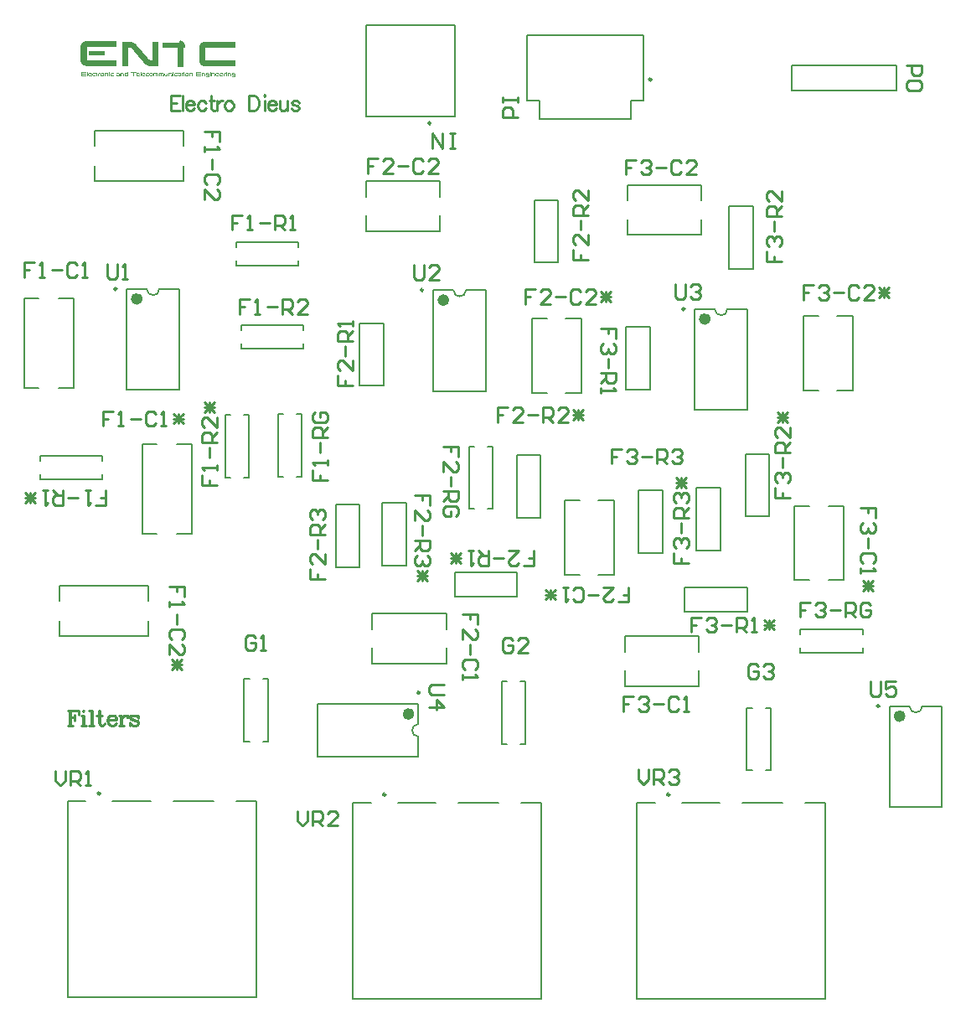
<source format=gto>
G04*
G04 #@! TF.GenerationSoftware,Altium Limited,Altium Designer,25.2.1 (25)*
G04*
G04 Layer_Color=65535*
%FSLAX25Y25*%
%MOIN*%
G70*
G04*
G04 #@! TF.SameCoordinates,6179F1C6-3400-403E-8A66-77286E143B23*
G04*
G04*
G04 #@! TF.FilePolarity,Positive*
G04*
G01*
G75*
%ADD10C,0.00787*%
%ADD11C,0.00984*%
%ADD12C,0.02362*%
%ADD13C,0.01000*%
G36*
X137295Y438104D02*
Y438034D01*
Y437344D01*
X137226D01*
Y437413D01*
X131078D01*
Y437344D01*
X131009D01*
Y437413D01*
X130940D01*
Y437482D01*
X131009D01*
Y438863D01*
X130940D01*
Y438933D01*
X131009D01*
Y439002D01*
X137295D01*
Y438104D01*
D02*
G37*
G36*
X158500Y433061D02*
X155323D01*
Y433130D01*
X154908D01*
Y433200D01*
X154701D01*
Y433268D01*
X154494D01*
Y433338D01*
X154287D01*
Y433407D01*
X154148D01*
Y433476D01*
X154079D01*
Y433545D01*
X153941D01*
Y433614D01*
X153803D01*
Y433683D01*
X153734D01*
Y433752D01*
X153665D01*
Y433821D01*
X153527D01*
Y433890D01*
X153458D01*
Y433959D01*
X153389D01*
Y434028D01*
X153320D01*
Y434097D01*
X153251D01*
Y434166D01*
X153181D01*
Y434236D01*
X153112D01*
Y434305D01*
X153043D01*
Y434374D01*
X152974D01*
Y434512D01*
X152905D01*
Y434581D01*
X152836D01*
Y434650D01*
X152767D01*
Y434719D01*
X152698D01*
Y434788D01*
X152629D01*
Y434857D01*
X152560D01*
Y434995D01*
X152491D01*
Y435064D01*
X152422D01*
Y435134D01*
X152353D01*
Y435203D01*
X152284D01*
Y435272D01*
X152214D01*
Y435341D01*
X152145D01*
Y435479D01*
X152076D01*
Y435548D01*
X152007D01*
Y435617D01*
X151938D01*
Y435686D01*
X151869D01*
Y435755D01*
X151800D01*
Y435824D01*
X151731D01*
Y435962D01*
X151662D01*
Y436031D01*
X151593D01*
Y436100D01*
X151524D01*
Y436170D01*
X151455D01*
Y436239D01*
X151386D01*
Y436308D01*
X151316D01*
Y436446D01*
X151247D01*
Y436515D01*
X151178D01*
Y436584D01*
X151109D01*
Y436653D01*
X151040D01*
Y436722D01*
X150971D01*
Y436791D01*
X150902D01*
Y436929D01*
X150833D01*
Y436998D01*
X150764D01*
Y437068D01*
X150695D01*
Y437137D01*
X150626D01*
Y437206D01*
X150557D01*
Y437275D01*
X150488D01*
Y437413D01*
X150419D01*
Y437482D01*
X150349D01*
Y437551D01*
X150280D01*
Y437620D01*
X150211D01*
Y437689D01*
X150142D01*
Y437758D01*
X150073D01*
Y437896D01*
X150004D01*
Y437965D01*
X149935D01*
Y438034D01*
X149866D01*
Y438104D01*
X149797D01*
Y438173D01*
X149728D01*
Y438242D01*
X149659D01*
Y438380D01*
X149590D01*
Y438449D01*
X149521D01*
Y438518D01*
X149451D01*
Y438587D01*
X149382D01*
Y438656D01*
X149313D01*
Y438725D01*
X149244D01*
Y438863D01*
X149175D01*
Y438933D01*
X149106D01*
Y439002D01*
X149037D01*
Y439071D01*
X148968D01*
Y439140D01*
X148899D01*
Y439209D01*
X148830D01*
Y439347D01*
X148761D01*
Y439416D01*
X148692D01*
Y439485D01*
X148623D01*
Y439554D01*
X148554D01*
Y439623D01*
X148485D01*
Y439692D01*
X148416D01*
Y439830D01*
X148346D01*
Y439899D01*
X148277D01*
Y439968D01*
X148208D01*
Y440038D01*
X148139D01*
Y440107D01*
X148070D01*
Y440176D01*
X148001D01*
Y440245D01*
X147863D01*
Y440314D01*
X147794D01*
Y440383D01*
X147656D01*
Y440452D01*
X147587D01*
Y440521D01*
X147379D01*
Y440590D01*
X147172D01*
Y440659D01*
X146758D01*
Y433061D01*
X144409D01*
Y442939D01*
X147656D01*
Y442870D01*
X148001D01*
Y442801D01*
X148208D01*
Y442731D01*
X148416D01*
Y442662D01*
X148554D01*
Y442593D01*
X148692D01*
Y442524D01*
X148830D01*
Y442455D01*
X148899D01*
Y442386D01*
X149037D01*
Y442317D01*
X149106D01*
Y442248D01*
X149244D01*
Y442179D01*
X149313D01*
Y442110D01*
X149382D01*
Y442041D01*
X149451D01*
Y441972D01*
X149521D01*
Y441903D01*
X149590D01*
Y441833D01*
X149659D01*
Y441764D01*
X149728D01*
Y441695D01*
X149797D01*
Y441626D01*
X149866D01*
Y441557D01*
X149935D01*
Y441488D01*
X150004D01*
Y441419D01*
X150073D01*
Y441281D01*
X150142D01*
Y441212D01*
X150211D01*
Y441143D01*
X150280D01*
Y441074D01*
X150349D01*
Y441005D01*
X150419D01*
Y440936D01*
X150488D01*
Y440797D01*
X150557D01*
Y440728D01*
X150626D01*
Y440659D01*
X150695D01*
Y440590D01*
X150764D01*
Y440521D01*
X150833D01*
Y440452D01*
X150902D01*
Y440383D01*
X150971D01*
Y440245D01*
X151040D01*
Y440176D01*
X151109D01*
Y440107D01*
X151178D01*
Y440038D01*
X151247D01*
Y439968D01*
X151316D01*
Y439899D01*
X151386D01*
Y439830D01*
X151455D01*
Y439692D01*
X151524D01*
Y439623D01*
X151593D01*
Y439554D01*
X151662D01*
Y439485D01*
X151731D01*
Y439416D01*
X151800D01*
Y439347D01*
X151869D01*
Y439209D01*
X151938D01*
Y439140D01*
X152007D01*
Y439071D01*
X152076D01*
Y439002D01*
X152145D01*
Y438933D01*
X152214D01*
Y438863D01*
X152284D01*
Y438794D01*
X152353D01*
Y438656D01*
X152422D01*
Y438587D01*
X152491D01*
Y438518D01*
X152560D01*
Y438449D01*
X152629D01*
Y438380D01*
X152698D01*
Y438311D01*
X152767D01*
Y438173D01*
X152836D01*
Y438104D01*
X152905D01*
Y438034D01*
X152974D01*
Y437965D01*
X153043D01*
Y437896D01*
X153112D01*
Y437827D01*
X153181D01*
Y437758D01*
X153251D01*
Y437620D01*
X153320D01*
Y437551D01*
X153389D01*
Y437482D01*
X153458D01*
Y437413D01*
X153527D01*
Y437344D01*
X153596D01*
Y437275D01*
X153665D01*
Y437137D01*
X153734D01*
Y437068D01*
X153803D01*
Y436998D01*
X153872D01*
Y436929D01*
X153941D01*
Y436860D01*
X154010D01*
Y436791D01*
X154079D01*
Y436722D01*
X154148D01*
Y436584D01*
X154218D01*
Y436515D01*
X154287D01*
Y436446D01*
X154356D01*
Y436377D01*
X154425D01*
Y436308D01*
X154494D01*
Y436239D01*
X154563D01*
Y436100D01*
X154632D01*
Y436031D01*
X154701D01*
Y435962D01*
X154770D01*
Y435893D01*
X154839D01*
Y435824D01*
X154977D01*
Y435755D01*
X155046D01*
Y435686D01*
X155115D01*
Y435617D01*
X155254D01*
Y435548D01*
X155392D01*
Y435479D01*
X155530D01*
Y435410D01*
X155737D01*
Y435341D01*
X156151D01*
Y442939D01*
X158500D01*
Y433061D01*
D02*
G37*
G36*
X141992Y440867D02*
X130526D01*
Y440797D01*
X130388D01*
Y440728D01*
X130250D01*
Y440590D01*
X130180D01*
Y435755D01*
X130250D01*
Y435686D01*
X130319D01*
Y435617D01*
X130457D01*
Y435548D01*
X141992D01*
Y435479D01*
X142061D01*
Y433268D01*
X141992D01*
Y433200D01*
X130526D01*
Y433268D01*
X129766D01*
Y433338D01*
X129490D01*
Y433407D01*
X129213D01*
Y433476D01*
X129006D01*
Y433545D01*
X128868D01*
Y433614D01*
X128730D01*
Y433683D01*
X128661D01*
Y433752D01*
X128523D01*
Y433821D01*
X128454D01*
Y433890D01*
X128384D01*
Y433959D01*
X128315D01*
Y434028D01*
X128246D01*
Y434097D01*
X128177D01*
Y434166D01*
X128108D01*
Y434305D01*
X128039D01*
Y434443D01*
X127970D01*
Y434581D01*
X127901D01*
Y434719D01*
X127832D01*
Y434995D01*
X127763D01*
Y441350D01*
X127832D01*
Y441626D01*
X127901D01*
Y441833D01*
X127970D01*
Y441972D01*
X128039D01*
Y442110D01*
X128108D01*
Y442179D01*
X128177D01*
Y442248D01*
X128246D01*
Y442386D01*
X128315D01*
Y442455D01*
X128454D01*
Y442524D01*
X128523D01*
Y442593D01*
X128592D01*
Y442662D01*
X128730D01*
Y442731D01*
X128799D01*
Y442801D01*
X128937D01*
Y442870D01*
X129144D01*
Y442939D01*
X129351D01*
Y443008D01*
X129628D01*
Y443077D01*
X130111D01*
Y443146D01*
X141992D01*
Y440867D01*
D02*
G37*
G36*
X189168Y440659D02*
X177633D01*
Y440590D01*
X177495D01*
Y440521D01*
X177426D01*
Y440452D01*
X177357D01*
Y440383D01*
Y440314D01*
Y435548D01*
X177426D01*
Y435479D01*
X177495D01*
Y435410D01*
X177633D01*
Y435341D01*
X189237D01*
Y433061D01*
X177149D01*
Y433130D01*
X176735D01*
Y433200D01*
X176459D01*
Y433268D01*
X176251D01*
Y433338D01*
X176113D01*
Y433407D01*
X175975D01*
Y433476D01*
X175837D01*
Y433545D01*
X175768D01*
Y433614D01*
X175630D01*
Y433683D01*
X175561D01*
Y433752D01*
X175492D01*
Y433821D01*
X175423D01*
Y433890D01*
X175354D01*
Y434028D01*
X175285D01*
Y434097D01*
X175215D01*
Y434236D01*
X175146D01*
Y434374D01*
X175077D01*
Y434581D01*
X175008D01*
Y434788D01*
X174939D01*
Y435410D01*
X174870D01*
Y440590D01*
X174939D01*
Y441212D01*
X175008D01*
Y441488D01*
X175077D01*
Y441626D01*
X175146D01*
Y441764D01*
X175215D01*
Y441903D01*
X175285D01*
Y442041D01*
X175354D01*
Y442110D01*
X175423D01*
Y442179D01*
X175492D01*
Y442248D01*
X175561D01*
Y442317D01*
X175630D01*
Y442386D01*
X175699D01*
Y442455D01*
X175837D01*
Y442524D01*
X175975D01*
Y442593D01*
X176044D01*
Y442662D01*
X176251D01*
Y442731D01*
X176459D01*
Y442801D01*
X176666D01*
Y442870D01*
X177080D01*
Y442939D01*
X189168D01*
Y440659D01*
D02*
G37*
G36*
X167341Y443353D02*
X167479D01*
Y443284D01*
X167687D01*
Y443215D01*
X167825D01*
Y443146D01*
X167963D01*
Y443077D01*
X168032D01*
Y443008D01*
X168170D01*
Y442939D01*
X168239D01*
Y442870D01*
X168308D01*
Y442801D01*
X168446D01*
Y442731D01*
X168516D01*
Y442662D01*
X168585D01*
Y442593D01*
X168654D01*
Y442524D01*
X168723D01*
Y442455D01*
X168792D01*
Y442317D01*
X168861D01*
Y442248D01*
X168930D01*
Y442179D01*
X168999D01*
Y442041D01*
X169068D01*
Y441903D01*
X169137D01*
Y441764D01*
X169206D01*
Y441626D01*
X169275D01*
Y441419D01*
X169344D01*
Y441281D01*
Y441212D01*
Y441074D01*
X169413D01*
Y440659D01*
X168585D01*
Y432785D01*
X166167D01*
Y440383D01*
X160365D01*
Y442662D01*
X166996D01*
Y442801D01*
X167065D01*
Y443008D01*
X167134D01*
Y443215D01*
X167203D01*
Y443353D01*
X167272D01*
Y443422D01*
X167341D01*
Y443353D01*
D02*
G37*
G36*
X185991Y430506D02*
X185645D01*
Y430713D01*
X185991D01*
Y430506D01*
D02*
G37*
G36*
X179498D02*
X179153D01*
Y430713D01*
X179498D01*
Y430506D01*
D02*
G37*
G36*
X169068D02*
X168723D01*
Y430713D01*
X169068D01*
Y430506D01*
D02*
G37*
G36*
X164716Y430644D02*
Y430575D01*
X164647D01*
Y430506D01*
X164371D01*
Y430575D01*
X164302D01*
Y430713D01*
X164716D01*
Y430644D01*
D02*
G37*
G36*
X139298D02*
Y430575D01*
Y430506D01*
X138953D01*
Y430713D01*
X139298D01*
Y430644D01*
D02*
G37*
G36*
X149797Y430368D02*
X149728D01*
Y430437D01*
X149037D01*
Y430368D01*
X148968D01*
Y430022D01*
Y429953D01*
Y429331D01*
X148623D01*
Y430368D01*
X148554D01*
Y430437D01*
X147863D01*
Y430368D01*
X147794D01*
Y430437D01*
X147725D01*
Y430713D01*
X149797D01*
Y430368D01*
D02*
G37*
G36*
X129973Y430437D02*
X129904D01*
Y430368D01*
X129835D01*
Y430437D01*
X128315D01*
Y430368D01*
X128246D01*
Y430160D01*
X129973D01*
Y429884D01*
X129904D01*
Y429815D01*
X128246D01*
Y429608D01*
X129973D01*
Y429331D01*
X128039D01*
Y429400D01*
X127970D01*
Y429470D01*
X127901D01*
Y430575D01*
X127970D01*
Y430644D01*
X128108D01*
Y430713D01*
X129973D01*
Y430437D01*
D02*
G37*
G36*
X162437Y429470D02*
X162368D01*
Y429400D01*
X162299D01*
Y429331D01*
X161194D01*
Y429400D01*
X161056D01*
Y429539D01*
X160987D01*
Y430298D01*
X161401D01*
Y430229D01*
X161332D01*
Y429608D01*
X162092D01*
Y430298D01*
X162437D01*
Y429470D01*
D02*
G37*
G36*
X187372Y430298D02*
X187510D01*
Y430229D01*
X187579D01*
Y430160D01*
X187648D01*
Y429331D01*
X187303D01*
Y430022D01*
X187234D01*
Y430091D01*
X186543D01*
Y429331D01*
X186129D01*
Y430298D01*
X186198D01*
Y430368D01*
X187372D01*
Y430298D01*
D02*
G37*
G36*
X185991Y429331D02*
X185645D01*
Y429677D01*
Y429746D01*
Y430368D01*
X185991D01*
Y429331D01*
D02*
G37*
G36*
X185507Y430091D02*
X184955D01*
Y430022D01*
X184886D01*
Y429608D01*
Y429539D01*
Y429400D01*
X184955D01*
Y429331D01*
X184540D01*
Y430091D01*
X184609D01*
Y430229D01*
X184678D01*
Y430298D01*
X184817D01*
Y430368D01*
X185507D01*
Y430091D01*
D02*
G37*
G36*
X184195Y430298D02*
X184333D01*
Y429815D01*
X184264D01*
Y429746D01*
X183297D01*
Y429608D01*
X184333D01*
Y429331D01*
X183090D01*
Y429400D01*
X183021D01*
Y429539D01*
X182951D01*
Y430160D01*
X183021D01*
Y430298D01*
X183159D01*
Y430368D01*
X184195D01*
Y430298D01*
D02*
G37*
G36*
X182606D02*
X182744D01*
Y429815D01*
X182675D01*
Y429746D01*
X181708D01*
Y429608D01*
X182675D01*
Y429539D01*
X182744D01*
Y429331D01*
X181501D01*
Y429400D01*
X181432D01*
Y429470D01*
X181363D01*
Y430160D01*
X181432D01*
Y430298D01*
X181570D01*
Y430368D01*
X182606D01*
Y430298D01*
D02*
G37*
G36*
X180948D02*
X181087D01*
Y430229D01*
X181156D01*
Y429331D01*
X180810D01*
Y429746D01*
Y429815D01*
Y430091D01*
X180051D01*
Y429331D01*
X179705D01*
Y430368D01*
X180948D01*
Y430298D01*
D02*
G37*
G36*
X179498Y429331D02*
X179153D01*
Y430368D01*
X179498D01*
Y429331D01*
D02*
G37*
G36*
X177080Y430298D02*
X177219D01*
Y430229D01*
X177288D01*
Y429331D01*
X176942D01*
Y430091D01*
X176182D01*
Y429331D01*
X175837D01*
Y430368D01*
X177080D01*
Y430298D01*
D02*
G37*
G36*
X175630Y430437D02*
X173972D01*
Y430368D01*
X173903D01*
Y430160D01*
X175630D01*
Y429815D01*
X173903D01*
Y429608D01*
X175630D01*
Y429331D01*
X173696D01*
Y429400D01*
X173627D01*
Y429470D01*
X173558D01*
Y430575D01*
X173627D01*
Y430644D01*
X173765D01*
Y430713D01*
X175630D01*
Y430437D01*
D02*
G37*
G36*
X172176Y430298D02*
X172314D01*
Y430229D01*
X172383D01*
Y429331D01*
X172038D01*
Y430091D01*
X171278D01*
Y429470D01*
Y429400D01*
Y429331D01*
X170933D01*
Y430368D01*
X172176D01*
Y430298D01*
D02*
G37*
G36*
X170519D02*
X170657D01*
Y430229D01*
X170726D01*
Y429470D01*
X170657D01*
Y429400D01*
X170588D01*
Y429331D01*
X169413D01*
Y429400D01*
X169344D01*
Y429470D01*
X169275D01*
Y430160D01*
X169344D01*
Y430229D01*
X169413D01*
Y430298D01*
X169552D01*
Y430368D01*
X170519D01*
Y430298D01*
D02*
G37*
G36*
X169068Y429331D02*
X168723D01*
Y430368D01*
X169068D01*
Y429331D01*
D02*
G37*
G36*
X168377Y430368D02*
X168585D01*
Y430091D01*
X168377D01*
Y429331D01*
X168032D01*
Y430091D01*
X167894D01*
Y430160D01*
X167825D01*
Y430298D01*
X167894D01*
Y430368D01*
X168032D01*
Y430644D01*
X168377D01*
Y430368D01*
D02*
G37*
G36*
X167549Y430298D02*
X167687D01*
Y430160D01*
X167756D01*
Y429470D01*
X167687D01*
Y429400D01*
X167617D01*
Y429331D01*
X166443D01*
Y429400D01*
X166374D01*
Y429815D01*
X166443D01*
Y429884D01*
X166581D01*
Y429953D01*
X167410D01*
Y430091D01*
X166374D01*
Y430368D01*
X167549D01*
Y430298D01*
D02*
G37*
G36*
X166167D02*
Y430091D01*
X165269D01*
Y429608D01*
X166167D01*
Y429331D01*
X165062D01*
Y429400D01*
X164993D01*
Y429470D01*
X164924D01*
Y430229D01*
X164993D01*
Y430298D01*
X165131D01*
Y430368D01*
X166167D01*
Y430298D01*
D02*
G37*
G36*
X164647D02*
X164716D01*
Y429331D01*
X164302D01*
Y429470D01*
Y429539D01*
Y430298D01*
X164371D01*
Y430368D01*
X164647D01*
Y430298D01*
D02*
G37*
G36*
X163888D02*
X164026D01*
Y430229D01*
X164095D01*
Y430160D01*
X164164D01*
Y429746D01*
Y429677D01*
Y429331D01*
X163750D01*
Y429400D01*
X163819D01*
Y430022D01*
X163750D01*
Y430091D01*
X163059D01*
Y430022D01*
X162990D01*
Y429400D01*
X163059D01*
Y429331D01*
X162644D01*
Y430368D01*
X163888D01*
Y430298D01*
D02*
G37*
G36*
X160572D02*
X160710D01*
Y430229D01*
X160779D01*
Y430160D01*
X160848D01*
Y429331D01*
X160434D01*
Y429400D01*
X160503D01*
Y430022D01*
X160434D01*
Y430091D01*
X160020D01*
Y429331D01*
X159674D01*
Y430091D01*
X159260D01*
Y429331D01*
X158845D01*
Y429400D01*
X158914D01*
Y430368D01*
X160572D01*
Y430298D01*
D02*
G37*
G36*
X158431D02*
X158569D01*
Y430229D01*
X158638D01*
Y429400D01*
X158707D01*
Y429331D01*
X158293D01*
Y430091D01*
X157878D01*
Y430022D01*
Y429331D01*
X157533D01*
Y430091D01*
X157050D01*
Y429331D01*
X156704D01*
Y430368D01*
X158431D01*
Y430298D01*
D02*
G37*
G36*
X156290D02*
X156428D01*
Y430229D01*
X156497D01*
Y430091D01*
X156566D01*
Y429608D01*
X156497D01*
Y429400D01*
X156359D01*
Y429331D01*
X155184D01*
Y429400D01*
X155115D01*
Y429539D01*
X155046D01*
Y430160D01*
X155115D01*
Y430229D01*
X155184D01*
Y430298D01*
X155323D01*
Y430368D01*
X156290D01*
Y430298D01*
D02*
G37*
G36*
X154839Y430091D02*
X153941D01*
Y429608D01*
X154839D01*
Y429539D01*
X154908D01*
Y429331D01*
X153734D01*
Y429400D01*
X153665D01*
Y429470D01*
X153596D01*
Y430160D01*
X153665D01*
Y430298D01*
X153803D01*
Y430368D01*
X154839D01*
Y430091D01*
D02*
G37*
G36*
X153251Y430298D02*
X153389D01*
Y429815D01*
X153320D01*
Y429746D01*
X152353D01*
Y429608D01*
X153389D01*
Y429331D01*
X152145D01*
Y429400D01*
X152076D01*
Y429539D01*
X152007D01*
Y430160D01*
X152076D01*
Y430298D01*
X152214D01*
Y430368D01*
X153251D01*
Y430298D01*
D02*
G37*
G36*
X151800Y429331D02*
X151455D01*
Y429815D01*
Y429884D01*
Y430713D01*
X151800D01*
Y429331D01*
D02*
G37*
G36*
X151109Y430298D02*
X151178D01*
Y430229D01*
X151247D01*
Y429815D01*
X151109D01*
Y429746D01*
X150211D01*
Y429608D01*
X151178D01*
Y429539D01*
X151247D01*
Y429331D01*
X150004D01*
Y429400D01*
X149935D01*
Y429470D01*
X149866D01*
Y429539D01*
Y430229D01*
X149935D01*
Y430298D01*
X150073D01*
Y430368D01*
X151109D01*
Y430298D01*
D02*
G37*
G36*
X146620Y429470D02*
X146551D01*
Y429400D01*
X146481D01*
Y429331D01*
X145307D01*
Y429400D01*
X145238D01*
Y429470D01*
X145169D01*
Y430160D01*
X145238D01*
Y430298D01*
X145376D01*
Y430368D01*
X146274D01*
Y430713D01*
X146620D01*
Y429470D01*
D02*
G37*
G36*
X144686Y430298D02*
X144824D01*
Y430229D01*
X144893D01*
Y430160D01*
X144962D01*
Y429331D01*
X144616D01*
Y430022D01*
X144547D01*
Y430091D01*
X143857D01*
Y429331D01*
X143442D01*
Y430298D01*
X143511D01*
Y430368D01*
X144686D01*
Y430298D01*
D02*
G37*
G36*
X143097D02*
X143235D01*
Y430160D01*
X143304D01*
Y429470D01*
X143235D01*
Y429400D01*
X143166D01*
Y429331D01*
X141992D01*
Y429400D01*
X141923D01*
Y429746D01*
Y429815D01*
X141992D01*
Y429884D01*
X142130D01*
Y429953D01*
X142959D01*
Y430022D01*
X142890D01*
Y430091D01*
X141923D01*
Y430368D01*
X143097D01*
Y430298D01*
D02*
G37*
G36*
X140817Y430091D02*
X139920D01*
Y430022D01*
X139850D01*
Y429608D01*
X140749D01*
Y429539D01*
X140817D01*
Y429331D01*
X139643D01*
Y429400D01*
X139574D01*
Y429539D01*
X139505D01*
Y430091D01*
X139574D01*
Y430229D01*
X139643D01*
Y430298D01*
X139781D01*
Y430368D01*
X140817D01*
Y430091D01*
D02*
G37*
G36*
X139298Y429331D02*
X138953D01*
Y430368D01*
X139298D01*
Y429331D01*
D02*
G37*
G36*
X138538Y430298D02*
X138607D01*
Y430229D01*
X138676D01*
Y430160D01*
X138745D01*
Y429331D01*
X138400D01*
Y430091D01*
X137640D01*
Y429331D01*
X137295D01*
Y430368D01*
X138538D01*
Y430298D01*
D02*
G37*
G36*
X136880D02*
X136950D01*
Y430229D01*
X137019D01*
Y430160D01*
X137088D01*
Y429470D01*
X137019D01*
Y429400D01*
X136950D01*
Y429331D01*
X135775D01*
Y429400D01*
X135706D01*
Y429470D01*
X135637D01*
Y429746D01*
Y429815D01*
Y430229D01*
X135706D01*
Y430298D01*
X135844D01*
Y430368D01*
X136880D01*
Y430298D01*
D02*
G37*
G36*
X135499Y430091D02*
X134946D01*
Y430022D01*
X134877D01*
Y429677D01*
Y429608D01*
Y429331D01*
X134532D01*
Y430160D01*
X134601D01*
Y430229D01*
X134670D01*
Y430298D01*
X134808D01*
Y430368D01*
X135499D01*
Y430091D01*
D02*
G37*
G36*
X134187Y430368D02*
X134394D01*
Y430091D01*
X134187D01*
Y429331D01*
X133841D01*
Y429400D01*
X133910D01*
Y430022D01*
X133841D01*
Y430091D01*
X133703D01*
Y430368D01*
X133841D01*
Y430437D01*
X133910D01*
Y430575D01*
X133841D01*
Y430644D01*
X134187D01*
Y430368D01*
D02*
G37*
G36*
X133565Y430091D02*
X132667D01*
Y429608D01*
X133565D01*
Y429331D01*
X132460D01*
Y429400D01*
X132391D01*
Y429470D01*
X132322D01*
Y430160D01*
Y430229D01*
X132391D01*
Y430298D01*
X132529D01*
Y430368D01*
X133565D01*
Y430091D01*
D02*
G37*
G36*
X131976Y430298D02*
X132045D01*
Y430229D01*
X132114D01*
Y429884D01*
X132045D01*
Y429815D01*
X131976D01*
Y429746D01*
X131078D01*
Y429608D01*
X132045D01*
Y429539D01*
X132114D01*
Y429331D01*
X130871D01*
Y429400D01*
X130802D01*
Y429470D01*
X130733D01*
Y430022D01*
Y430091D01*
Y430229D01*
X130802D01*
Y430298D01*
X130940D01*
Y430368D01*
X131976D01*
Y430298D01*
D02*
G37*
G36*
X130526Y429815D02*
Y429746D01*
Y429331D01*
X130180D01*
Y430713D01*
X130526D01*
Y429815D01*
D02*
G37*
G36*
X189099Y430298D02*
X189237D01*
Y430229D01*
X189306D01*
Y429124D01*
X189237D01*
Y429055D01*
X189168D01*
Y428986D01*
X187925D01*
Y429262D01*
X188961D01*
Y429470D01*
X187994D01*
Y429539D01*
X187925D01*
Y429608D01*
X187856D01*
Y429815D01*
Y429884D01*
Y430229D01*
X187925D01*
Y430298D01*
X188063D01*
Y430368D01*
X189099D01*
Y430298D01*
D02*
G37*
G36*
X178738D02*
X178876D01*
Y430229D01*
X178945D01*
Y429124D01*
X178876D01*
Y429055D01*
X178807D01*
Y428986D01*
X177564D01*
Y429262D01*
X178600D01*
Y429470D01*
X177633D01*
Y429539D01*
X177564D01*
Y429608D01*
X177495D01*
Y430229D01*
X177564D01*
Y430298D01*
X177702D01*
Y430368D01*
X178738D01*
Y430298D01*
D02*
G37*
%LPC*%
G36*
X183988Y430091D02*
X183366D01*
Y430022D01*
X183297D01*
Y429953D01*
X183988D01*
Y430091D01*
D02*
G37*
G36*
X182399D02*
X181777D01*
Y430022D01*
X181708D01*
Y429953D01*
X182399D01*
Y430091D01*
D02*
G37*
G36*
X170380D02*
X169621D01*
Y429608D01*
X170380D01*
Y430091D01*
D02*
G37*
G36*
X167410Y429746D02*
X166720D01*
Y429608D01*
X167410D01*
Y429746D01*
D02*
G37*
G36*
X156151Y430091D02*
X155461D01*
Y430022D01*
X155392D01*
Y429608D01*
X156151D01*
Y430022D01*
Y430091D01*
D02*
G37*
G36*
X153043D02*
X152422D01*
Y430022D01*
X152353D01*
Y429953D01*
X153043D01*
Y430091D01*
D02*
G37*
G36*
X150902D02*
X150211D01*
Y429953D01*
X150902D01*
Y430091D01*
D02*
G37*
G36*
X146274D02*
X145514D01*
Y430022D01*
Y429953D01*
Y429608D01*
X146274D01*
Y430091D01*
D02*
G37*
G36*
X142959Y429746D02*
X142268D01*
Y429608D01*
X142959D01*
Y429746D01*
D02*
G37*
G36*
X136742Y430091D02*
X135983D01*
Y429608D01*
X136742D01*
Y430091D01*
D02*
G37*
G36*
X131769D02*
X131078D01*
Y429953D01*
X131769D01*
Y430091D01*
D02*
G37*
G36*
X188961D02*
X188201D01*
Y429746D01*
X188961D01*
Y430091D01*
D02*
G37*
G36*
X178600D02*
X177840D01*
Y429746D01*
X178600D01*
Y430091D01*
D02*
G37*
%LPD*%
D10*
X457500Y178579D02*
G03*
X462500Y178579I2500J0D01*
G01*
X262079Y171500D02*
G03*
X262079Y166500I0J-2500D01*
G01*
X154000Y344579D02*
G03*
X159000Y344579I2500J0D01*
G01*
X276000Y344079D02*
G03*
X281000Y344079I2500J0D01*
G01*
X380000Y336579D02*
G03*
X385000Y336579I2500J0D01*
G01*
X372776Y265402D02*
X382224D01*
Y240598D02*
Y265402D01*
X372776Y240598D02*
Y265402D01*
Y240598D02*
X382224D01*
X449567Y138421D02*
Y178579D01*
X470433Y138421D02*
Y178579D01*
X449567D02*
X457500D01*
X462500D02*
X470433D01*
X449567Y138421D02*
X470433D01*
X152157Y247284D02*
X157965D01*
X166035D02*
X171843D01*
Y282716D01*
X152157D02*
X157965D01*
X166035D02*
X171843D01*
X152157Y247284D02*
Y282716D01*
X111598Y268776D02*
X136402D01*
X111598Y278224D02*
X136402D01*
X111598Y276153D02*
Y278224D01*
X136402Y268776D02*
Y270847D01*
X111598Y268776D02*
Y270847D01*
X136402Y276153D02*
Y278224D01*
X119283Y220535D02*
Y226343D01*
Y206658D02*
Y212465D01*
Y206658D02*
X154717D01*
Y220535D02*
Y226343D01*
Y206658D02*
Y212465D01*
X119283Y226343D02*
X154717D01*
X105157Y305283D02*
X110965D01*
X119035D02*
X124843D01*
Y340717D01*
X105157D02*
X110965D01*
X119035D02*
X124843D01*
X105157Y305283D02*
Y340717D01*
X133283Y401535D02*
Y407342D01*
Y387657D02*
Y393465D01*
Y387657D02*
X168717D01*
Y401535D02*
Y407342D01*
Y387657D02*
Y393465D01*
X133283Y407342D02*
X168717D01*
X189598Y363224D02*
X214402D01*
X189598Y353776D02*
X214402D01*
Y355847D01*
X189598Y361154D02*
Y363224D01*
X214402Y361154D02*
Y363224D01*
X189598Y353776D02*
Y355847D01*
X191598Y330224D02*
X216402D01*
X191598Y320776D02*
X216402D01*
Y322847D01*
X191598Y328153D02*
Y330224D01*
X216402Y328153D02*
Y330224D01*
X191598Y320776D02*
Y322847D01*
X202224Y164598D02*
Y189402D01*
X192776Y164598D02*
Y189402D01*
Y164598D02*
X194846D01*
X200153Y189402D02*
X202224D01*
X200153Y164598D02*
X202224D01*
X192776Y189402D02*
X194846D01*
X206276Y269882D02*
Y294685D01*
X215724Y269882D02*
Y294685D01*
X213653D02*
X215724D01*
X206276Y269882D02*
X208347D01*
X206276Y294685D02*
X208347D01*
X213653Y269882D02*
X215724D01*
X221921Y179433D02*
X262079D01*
X221921Y158567D02*
X262079D01*
Y171500D02*
Y179433D01*
Y158567D02*
Y166500D01*
X221921Y158567D02*
Y179433D01*
X146067Y304421D02*
Y344579D01*
X166933Y304421D02*
Y344579D01*
X146067D02*
X154000D01*
X159000D02*
X166933D01*
X146067Y304421D02*
X166933D01*
X229276Y258685D02*
X238724D01*
Y233882D02*
Y258685D01*
X229276Y233882D02*
Y258685D01*
Y233882D02*
X238724D01*
X425240Y258264D02*
X431343D01*
X411657D02*
X417760D01*
X411657Y228736D02*
Y258264D01*
X425240Y228736D02*
X431343D01*
X411657D02*
X417760D01*
X431343D02*
Y258264D01*
X344236Y200240D02*
Y206343D01*
Y186658D02*
Y192760D01*
Y186658D02*
X373764D01*
Y200240D02*
Y206343D01*
Y186658D02*
Y192760D01*
X344236Y206343D02*
X373764D01*
X241264Y413079D02*
X276736D01*
Y449496D01*
X241264D02*
X276736D01*
X241264Y413079D02*
Y449496D01*
X247776Y259402D02*
X257224D01*
Y234598D02*
Y259402D01*
X247776Y234598D02*
Y259402D01*
Y234598D02*
X257224D01*
X268067Y303921D02*
Y344079D01*
X288933Y303921D02*
Y344079D01*
X268067D02*
X276000D01*
X281000D02*
X288933D01*
X268067Y303921D02*
X288933D01*
X238776Y306098D02*
X248224D01*
X238776D02*
Y330902D01*
X248224Y306098D02*
Y330902D01*
X238776D02*
X248224D01*
X304724Y163598D02*
Y188402D01*
X295276Y163598D02*
Y188402D01*
Y163598D02*
X297346D01*
X302654Y188402D02*
X304724D01*
X302654Y163598D02*
X304724D01*
X295276Y188402D02*
X297346D01*
X276598Y222276D02*
Y231724D01*
X301402D01*
X276598Y222276D02*
X301402D01*
Y231724D01*
X282276Y257098D02*
Y281902D01*
X291724Y257098D02*
Y281902D01*
X289653D02*
X291724D01*
X282276Y257098D02*
X284347D01*
X282276Y281902D02*
X284347D01*
X289653Y257098D02*
X291724D01*
X241236Y381240D02*
Y387343D01*
Y367657D02*
Y373760D01*
Y367657D02*
X270764D01*
Y381240D02*
Y387343D01*
Y367657D02*
Y373760D01*
X241236Y387343D02*
X270764D01*
X307157Y303236D02*
X313260D01*
X320740D02*
X326842D01*
Y332764D01*
X307157D02*
X313260D01*
X320740D02*
X326842D01*
X307157Y303236D02*
Y332764D01*
X308276Y379902D02*
X317724D01*
Y355098D02*
Y379902D01*
X308276Y355098D02*
Y379902D01*
Y355098D02*
X317724D01*
X194724Y269598D02*
Y294402D01*
X185276Y269598D02*
Y294402D01*
Y269598D02*
X187346D01*
X192654Y294402D02*
X194724D01*
X192654Y269598D02*
X194724D01*
X185276Y294402D02*
X187346D01*
X333740Y260500D02*
X339843D01*
X320158D02*
X326260D01*
X320158Y230972D02*
Y260500D01*
X333740Y230972D02*
X339843D01*
X320158D02*
X326260D01*
X339843D02*
Y260500D01*
X301276Y278402D02*
X310724D01*
Y253598D02*
Y278402D01*
X301276Y253598D02*
Y278402D01*
Y253598D02*
X310724D01*
X410752Y433382D02*
X452248D01*
X410752Y423618D02*
X452248D01*
X410752D02*
Y433382D01*
X452248Y423618D02*
Y433382D01*
X310350Y412146D02*
X346650D01*
X310350D02*
Y419626D01*
X305232D02*
X310350D01*
X305232D02*
Y445610D01*
X351768D01*
Y419626D02*
Y445610D01*
X346650Y419626D02*
X351768D01*
X346650Y412146D02*
Y419626D01*
X243736Y209240D02*
Y215342D01*
Y195658D02*
Y201760D01*
Y195658D02*
X273264D01*
Y209240D02*
Y215342D01*
Y195658D02*
Y201760D01*
X243736Y215342D02*
X273264D01*
X197500Y62764D02*
Y140756D01*
X122500Y62764D02*
X197500D01*
X122500Y140756D02*
X129685D01*
X122500Y62764D02*
Y140756D01*
X189547D02*
X197500D01*
X164547Y140756D02*
X180453D01*
X140315D02*
X155453D01*
X311000Y62264D02*
Y140256D01*
X236000Y62264D02*
X311000D01*
X236000Y140256D02*
X243185D01*
X236000Y62264D02*
Y140256D01*
X303047D02*
X311000D01*
X278047Y140256D02*
X293953D01*
X253815D02*
X268953D01*
X392276Y278902D02*
X401724D01*
Y254098D02*
Y278902D01*
X392276Y254098D02*
Y278902D01*
Y254098D02*
X401724D01*
X424000Y62264D02*
Y140256D01*
X349000Y62264D02*
X424000D01*
X349000Y140256D02*
X356185D01*
X349000Y62264D02*
Y140256D01*
X416047D02*
X424000D01*
X391047Y140256D02*
X406953D01*
X366815D02*
X381953D01*
X385776Y377402D02*
X395224D01*
Y352598D02*
Y377402D01*
X385776Y352598D02*
Y377402D01*
Y352598D02*
X395224D01*
X415158Y304236D02*
X421260D01*
X428740D02*
X434842D01*
Y333764D01*
X415158D02*
X421260D01*
X428740D02*
X434842D01*
X415158Y304236D02*
Y333764D01*
X372067Y296421D02*
Y336579D01*
X392933Y296421D02*
Y336579D01*
X372067D02*
X380000D01*
X385000D02*
X392933D01*
X372067Y296421D02*
X392933D01*
X345236Y379740D02*
Y385842D01*
Y366158D02*
Y372260D01*
Y366158D02*
X374764D01*
Y379740D02*
Y385842D01*
Y366158D02*
Y372260D01*
X345236Y385842D02*
X374764D01*
X414098Y209224D02*
X438902D01*
X414098Y199776D02*
X438902D01*
Y201847D01*
X414098Y207154D02*
Y209224D01*
X438902Y207154D02*
Y209224D01*
X414098Y199776D02*
Y201847D01*
X368098Y216276D02*
Y225724D01*
X392902D01*
X368098Y216276D02*
X392902D01*
Y225724D01*
X402224Y153098D02*
Y177902D01*
X392776Y153098D02*
Y177902D01*
Y153098D02*
X394847D01*
X400153Y177902D02*
X402224D01*
X400153Y153098D02*
X402224D01*
X392776Y177902D02*
X394847D01*
X344776Y304598D02*
X354224D01*
X344776D02*
Y329402D01*
X354224Y304598D02*
Y329402D01*
X344776D02*
X354224D01*
X349776Y264402D02*
X359224D01*
Y239598D02*
Y264402D01*
X349776Y239598D02*
Y264402D01*
Y239598D02*
X359224D01*
D11*
X445492Y178618D02*
G03*
X445492Y178618I-492J0D01*
G01*
X262610Y184000D02*
G03*
X262610Y184000I-492J0D01*
G01*
X141992Y344618D02*
G03*
X141992Y344618I-492J0D01*
G01*
X266992Y410520D02*
G03*
X266992Y410520I-492J0D01*
G01*
X263992Y344118D02*
G03*
X263992Y344118I-492J0D01*
G01*
X354819Y427894D02*
G03*
X354819Y427894I-492J0D01*
G01*
X135492Y143905D02*
G03*
X135492Y143905I-492J0D01*
G01*
X248992Y143405D02*
G03*
X248992Y143405I-492J0D01*
G01*
X361992D02*
G03*
X361992Y143405I-492J0D01*
G01*
X367992Y336618D02*
G03*
X367992Y336618I-492J0D01*
G01*
D12*
X454685Y174642D02*
G03*
X454685Y174642I-1181J0D01*
G01*
X259323Y175496D02*
G03*
X259323Y175496I-1181J0D01*
G01*
X151185Y340642D02*
G03*
X151185Y340642I-1181J0D01*
G01*
X273185Y340142D02*
G03*
X273185Y340142I-1181J0D01*
G01*
X377185Y332642D02*
G03*
X377185Y332642I-1181J0D01*
G01*
D13*
X123357Y176999D02*
Y171000D01*
X123643Y176999D02*
Y171000D01*
X125356Y175285D02*
Y173000D01*
X122500Y176999D02*
X127070D01*
Y175285D01*
X126785Y176999D01*
X123643Y174142D02*
X125356D01*
X122500Y171000D02*
X124500D01*
X128756Y176999D02*
X128470Y176713D01*
X128756Y176427D01*
X129042Y176713D01*
X128756Y176999D01*
Y174999D02*
Y171000D01*
X129042Y174999D02*
Y171000D01*
X127899Y174999D02*
X129042D01*
X127899Y171000D02*
X129898D01*
X131841Y176999D02*
Y171000D01*
X132126Y176999D02*
Y171000D01*
X130984Y176999D02*
X132126D01*
X130984Y171000D02*
X132984D01*
X135783D02*
X135497Y171286D01*
X135212Y172143D01*
Y176999D01*
X134926D01*
Y172143D01*
X135212Y171286D01*
X135783Y171000D01*
X136354D01*
X136925Y171286D01*
X137211Y171857D01*
X134069Y174999D02*
X136354D01*
X138468Y173285D02*
X141896D01*
Y173856D01*
X141610Y174428D01*
X141324Y174714D01*
X140753Y174999D01*
X139896D01*
X139039Y174714D01*
X138468Y174142D01*
X138182Y173285D01*
Y172714D01*
X138468Y171857D01*
X139039Y171286D01*
X139896Y171000D01*
X140468D01*
X141324Y171286D01*
X141896Y171857D01*
X141610Y173285D02*
Y174142D01*
X141324Y174714D01*
X139896Y174999D02*
X139325Y174714D01*
X138754Y174142D01*
X138468Y173285D01*
Y172714D01*
X138754Y171857D01*
X139325Y171286D01*
X139896Y171000D01*
X143667Y174999D02*
Y171000D01*
X143953Y174999D02*
Y171000D01*
Y173285D02*
X144238Y174142D01*
X144809Y174714D01*
X145381Y174999D01*
X146238D01*
X146523Y174714D01*
Y174428D01*
X146238Y174142D01*
X145952Y174428D01*
X146238Y174714D01*
X142810Y174999D02*
X143953D01*
X142810Y171000D02*
X144809D01*
X150294Y174428D02*
X150580Y174999D01*
Y173856D01*
X150294Y174428D01*
X150008Y174714D01*
X149437Y174999D01*
X148294D01*
X147723Y174714D01*
X147438Y174428D01*
Y173856D01*
X147723Y173571D01*
X148294Y173285D01*
X149723Y172714D01*
X150294Y172428D01*
X150580Y172143D01*
X147438Y174142D02*
X147723Y173856D01*
X148294Y173571D01*
X149723Y173000D01*
X150294Y172714D01*
X150580Y172428D01*
Y171571D01*
X150294Y171286D01*
X149723Y171000D01*
X148580D01*
X148009Y171286D01*
X147723Y171571D01*
X147438Y172143D01*
Y171000D01*
X147723Y171571D01*
X167213Y421499D02*
X163500D01*
Y415500D01*
X167213D01*
X163500Y418642D02*
X165785D01*
X168213Y421499D02*
Y415500D01*
X169470Y417785D02*
X172898D01*
Y418357D01*
X172612Y418928D01*
X172327Y419213D01*
X171755Y419499D01*
X170898D01*
X170327Y419213D01*
X169756Y418642D01*
X169470Y417785D01*
Y417214D01*
X169756Y416357D01*
X170327Y415786D01*
X170898Y415500D01*
X171755D01*
X172327Y415786D01*
X172898Y416357D01*
X177611Y418642D02*
X177040Y419213D01*
X176469Y419499D01*
X175612D01*
X175040Y419213D01*
X174469Y418642D01*
X174183Y417785D01*
Y417214D01*
X174469Y416357D01*
X175040Y415786D01*
X175612Y415500D01*
X176469D01*
X177040Y415786D01*
X177611Y416357D01*
X179754Y421499D02*
Y416643D01*
X180039Y415786D01*
X180611Y415500D01*
X181182D01*
X178897Y419499D02*
X180896D01*
X182039D02*
Y415500D01*
Y417785D02*
X182325Y418642D01*
X182896Y419213D01*
X183467Y419499D01*
X184324D01*
X186295D02*
X185724Y419213D01*
X185152Y418642D01*
X184867Y417785D01*
Y417214D01*
X185152Y416357D01*
X185724Y415786D01*
X186295Y415500D01*
X187152D01*
X187723Y415786D01*
X188295Y416357D01*
X188580Y417214D01*
Y417785D01*
X188295Y418642D01*
X187723Y419213D01*
X187152Y419499D01*
X186295D01*
X194608Y421499D02*
Y415500D01*
Y421499D02*
X196607D01*
X197464Y421213D01*
X198036Y420642D01*
X198321Y420070D01*
X198607Y419213D01*
Y417785D01*
X198321Y416928D01*
X198036Y416357D01*
X197464Y415786D01*
X196607Y415500D01*
X194608D01*
X200521Y421499D02*
X200806Y421213D01*
X201092Y421499D01*
X200806Y421784D01*
X200521Y421499D01*
X200806Y419499D02*
Y415500D01*
X202149Y417785D02*
X205577D01*
Y418357D01*
X205291Y418928D01*
X205005Y419213D01*
X204434Y419499D01*
X203577D01*
X203006Y419213D01*
X202434Y418642D01*
X202149Y417785D01*
Y417214D01*
X202434Y416357D01*
X203006Y415786D01*
X203577Y415500D01*
X204434D01*
X205005Y415786D01*
X205577Y416357D01*
X206862Y419499D02*
Y416643D01*
X207148Y415786D01*
X207719Y415500D01*
X208576D01*
X209147Y415786D01*
X210004Y416643D01*
Y419499D02*
Y415500D01*
X214718Y418642D02*
X214432Y419213D01*
X213575Y419499D01*
X212718D01*
X211861Y419213D01*
X211575Y418642D01*
X211861Y418071D01*
X212432Y417785D01*
X213861Y417500D01*
X214432Y417214D01*
X214718Y416643D01*
Y416357D01*
X214432Y415786D01*
X213575Y415500D01*
X212718D01*
X211861Y415786D01*
X211575Y416357D01*
X349550Y153348D02*
Y149349D01*
X351549Y147350D01*
X353549Y149349D01*
Y153348D01*
X355548Y147350D02*
Y153348D01*
X358547D01*
X359547Y152348D01*
Y150349D01*
X358547Y149349D01*
X355548D01*
X357547D02*
X359547Y147350D01*
X361546Y152348D02*
X362546Y153348D01*
X364545D01*
X365545Y152348D01*
Y151349D01*
X364545Y150349D01*
X363545D01*
X364545D01*
X365545Y149349D01*
Y148350D01*
X364545Y147350D01*
X362546D01*
X361546Y148350D01*
X214003Y136999D02*
Y133000D01*
X216002Y131001D01*
X218001Y133000D01*
Y136999D01*
X220001Y131001D02*
Y136999D01*
X223000D01*
X223999Y135999D01*
Y134000D01*
X223000Y133000D01*
X220001D01*
X222000D02*
X223999Y131001D01*
X229997D02*
X225999D01*
X229997Y135000D01*
Y135999D01*
X228998Y136999D01*
X226998D01*
X225999Y135999D01*
X117502Y152999D02*
Y149000D01*
X119502Y147001D01*
X121501Y149000D01*
Y152999D01*
X123500Y147001D02*
Y152999D01*
X126499D01*
X127499Y151999D01*
Y150000D01*
X126499Y149000D01*
X123500D01*
X125500D02*
X127499Y147001D01*
X129498D02*
X131498D01*
X130498D01*
Y152999D01*
X129498Y151999D01*
X441850Y188648D02*
Y183650D01*
X442850Y182650D01*
X444849D01*
X445849Y183650D01*
Y188648D01*
X451847D02*
X447848D01*
Y185649D01*
X449847Y186649D01*
X450847D01*
X451847Y185649D01*
Y183650D01*
X450847Y182650D01*
X448848D01*
X447848Y183650D01*
X272148Y187150D02*
X267150D01*
X266150Y186150D01*
Y184151D01*
X267150Y183151D01*
X272148D01*
X266150Y178153D02*
X272148D01*
X269149Y181152D01*
Y177153D01*
X364350Y346648D02*
Y341650D01*
X365350Y340650D01*
X367349D01*
X368349Y341650D01*
Y346648D01*
X370348Y345648D02*
X371348Y346648D01*
X373347D01*
X374347Y345648D01*
Y344649D01*
X373347Y343649D01*
X372347D01*
X373347D01*
X374347Y342649D01*
Y341650D01*
X373347Y340650D01*
X371348D01*
X370348Y341650D01*
X260350Y354148D02*
Y349150D01*
X261350Y348150D01*
X263349D01*
X264349Y349150D01*
Y354148D01*
X270347Y348150D02*
X266348D01*
X270347Y352149D01*
Y353148D01*
X269347Y354148D01*
X267348D01*
X266348Y353148D01*
X138350Y354648D02*
Y349650D01*
X139350Y348650D01*
X141349D01*
X142349Y349650D01*
Y354648D01*
X144348Y348650D02*
X146347D01*
X145348D01*
Y354648D01*
X144348Y353648D01*
X456250Y433350D02*
X462248D01*
Y430351D01*
X461248Y429351D01*
X459249D01*
X458249Y430351D01*
Y433350D01*
X462248Y424353D02*
Y426352D01*
X461248Y427352D01*
X457250D01*
X456250Y426352D01*
Y424353D01*
X457250Y423353D01*
X461248D01*
X462248Y424353D01*
X301750Y412671D02*
X295752D01*
Y415670D01*
X296752Y416670D01*
X298751D01*
X299751Y415670D01*
Y412671D01*
X295752Y418669D02*
Y420669D01*
Y419669D01*
X301750D01*
Y418669D01*
Y420669D01*
X276750Y400552D02*
X274750D01*
X275750D01*
Y406550D01*
X276750D01*
X274750D01*
X271751D02*
Y400552D01*
X267753Y406550D01*
Y400552D01*
X397249Y194348D02*
X396249Y195348D01*
X394250D01*
X393250Y194348D01*
Y190350D01*
X394250Y189350D01*
X396249D01*
X397249Y190350D01*
Y192349D01*
X395249D01*
X399248Y194348D02*
X400248Y195348D01*
X402247D01*
X403247Y194348D01*
Y193349D01*
X402247Y192349D01*
X401247D01*
X402247D01*
X403247Y191349D01*
Y190350D01*
X402247Y189350D01*
X400248D01*
X399248Y190350D01*
X299749Y204848D02*
X298749Y205848D01*
X296750D01*
X295750Y204848D01*
Y200850D01*
X296750Y199850D01*
X298749D01*
X299749Y200850D01*
Y202849D01*
X297749D01*
X305747Y199850D02*
X301748D01*
X305747Y203849D01*
Y204848D01*
X304747Y205848D01*
X302748D01*
X301748Y204848D01*
X197249Y205848D02*
X196249Y206848D01*
X194250D01*
X193250Y205848D01*
Y201850D01*
X194250Y200850D01*
X196249D01*
X197249Y201850D01*
Y203849D01*
X195249D01*
X199248Y200850D02*
X201247D01*
X200248D01*
Y206848D01*
X199248Y205848D01*
X195003Y340499D02*
X191004D01*
Y337500D01*
X193004D01*
X191004D01*
Y334501D01*
X197002D02*
X199002D01*
X198002D01*
Y340499D01*
X197002Y339499D01*
X202001Y337500D02*
X205999D01*
X207999Y334501D02*
Y340499D01*
X210998D01*
X211998Y339499D01*
Y337500D01*
X210998Y336500D01*
X207999D01*
X209998D02*
X211998Y334501D01*
X217996D02*
X213997D01*
X217996Y338500D01*
Y339499D01*
X216996Y340499D01*
X214997D01*
X213997Y339499D01*
X418003Y219999D02*
X414005D01*
Y217000D01*
X416004D01*
X414005D01*
Y214001D01*
X420003Y218999D02*
X421002Y219999D01*
X423002D01*
X424001Y218999D01*
Y218000D01*
X423002Y217000D01*
X422002D01*
X423002D01*
X424001Y216000D01*
Y215001D01*
X423002Y214001D01*
X421002D01*
X420003Y215001D01*
X426001Y217000D02*
X429999D01*
X431999Y214001D02*
Y219999D01*
X434998D01*
X435997Y218999D01*
Y217000D01*
X434998Y216000D01*
X431999D01*
X433998D02*
X435997Y214001D01*
X441995Y218999D02*
X440996Y219999D01*
X438997D01*
X437997Y218999D01*
Y215001D01*
X438997Y214001D01*
X440996D01*
X441995Y215001D01*
Y217000D01*
X439996D01*
X343003Y280999D02*
X339004D01*
Y278000D01*
X341004D01*
X339004D01*
Y275001D01*
X345003Y279999D02*
X346002Y280999D01*
X348002D01*
X349001Y279999D01*
Y279000D01*
X348002Y278000D01*
X347002D01*
X348002D01*
X349001Y277000D01*
Y276001D01*
X348002Y275001D01*
X346002D01*
X345003Y276001D01*
X351001Y278000D02*
X354999D01*
X356999Y275001D02*
Y280999D01*
X359998D01*
X360997Y279999D01*
Y278000D01*
X359998Y277000D01*
X356999D01*
X358998D02*
X360997Y275001D01*
X362997Y279999D02*
X363997Y280999D01*
X365996D01*
X366996Y279999D01*
Y279000D01*
X365996Y278000D01*
X364996D01*
X365996D01*
X366996Y277000D01*
Y276001D01*
X365996Y275001D01*
X363997D01*
X362997Y276001D01*
X363501Y239504D02*
Y235506D01*
X366500D01*
Y237505D01*
Y235506D01*
X369499D01*
X364501Y241504D02*
X363501Y242503D01*
Y244503D01*
X364501Y245502D01*
X365500D01*
X366500Y244503D01*
Y243503D01*
Y244503D01*
X367500Y245502D01*
X368499D01*
X369499Y244503D01*
Y242503D01*
X368499Y241504D01*
X366500Y247502D02*
Y251500D01*
X369499Y253500D02*
X363501D01*
Y256499D01*
X364501Y257498D01*
X366500D01*
X367500Y256499D01*
Y253500D01*
Y255499D02*
X369499Y257498D01*
X364501Y259498D02*
X363501Y260497D01*
Y262497D01*
X364501Y263496D01*
X365500D01*
X366500Y262497D01*
Y261497D01*
Y262497D01*
X367500Y263496D01*
X368499D01*
X369499Y262497D01*
Y260497D01*
X368499Y259498D01*
X364501Y265496D02*
X368499Y269495D01*
Y265496D02*
X364501Y269495D01*
X366500Y265496D02*
Y269495D01*
X368499Y267495D02*
X364501D01*
X400501Y359503D02*
Y355504D01*
X403500D01*
Y357504D01*
Y355504D01*
X406499D01*
X401501Y361503D02*
X400501Y362502D01*
Y364502D01*
X401501Y365501D01*
X402500D01*
X403500Y364502D01*
Y363502D01*
Y364502D01*
X404500Y365501D01*
X405499D01*
X406499Y364502D01*
Y362502D01*
X405499Y361503D01*
X403500Y367501D02*
Y371499D01*
X406499Y373499D02*
X400501D01*
Y376498D01*
X401501Y377497D01*
X403500D01*
X404500Y376498D01*
Y373499D01*
Y375498D02*
X406499Y377497D01*
Y383495D02*
Y379497D01*
X402500Y383495D01*
X401501D01*
X400501Y382496D01*
Y380497D01*
X401501Y379497D01*
X404001Y265504D02*
Y261506D01*
X407000D01*
Y263505D01*
Y261506D01*
X409999D01*
X405001Y267504D02*
X404001Y268503D01*
Y270503D01*
X405001Y271502D01*
X406000D01*
X407000Y270503D01*
Y269503D01*
Y270503D01*
X408000Y271502D01*
X408999D01*
X409999Y270503D01*
Y268503D01*
X408999Y267504D01*
X407000Y273502D02*
Y277500D01*
X409999Y279500D02*
X404001D01*
Y282499D01*
X405001Y283498D01*
X407000D01*
X408000Y282499D01*
Y279500D01*
Y281499D02*
X409999Y283498D01*
Y289496D02*
Y285498D01*
X406000Y289496D01*
X405001D01*
X404001Y288497D01*
Y286497D01*
X405001Y285498D01*
Y291496D02*
X408999Y295495D01*
Y291496D02*
X405001Y295495D01*
X407000Y291496D02*
Y295495D01*
X408999Y293495D02*
X405001D01*
X340499Y324997D02*
Y328996D01*
X337500D01*
Y326996D01*
Y328996D01*
X334501D01*
X339499Y322998D02*
X340499Y321998D01*
Y319999D01*
X339499Y318999D01*
X338500D01*
X337500Y319999D01*
Y320998D01*
Y319999D01*
X336500Y318999D01*
X335501D01*
X334501Y319999D01*
Y321998D01*
X335501Y322998D01*
X337500Y317000D02*
Y313001D01*
X334501Y311002D02*
X340499D01*
Y308003D01*
X339499Y307003D01*
X337500D01*
X336500Y308003D01*
Y311002D01*
Y309002D02*
X334501Y307003D01*
Y305003D02*
Y303004D01*
Y304004D01*
X340499D01*
X339499Y305003D01*
X374504Y213999D02*
X370505D01*
Y211000D01*
X372505D01*
X370505D01*
Y208001D01*
X376503Y212999D02*
X377503Y213999D01*
X379502D01*
X380502Y212999D01*
Y212000D01*
X379502Y211000D01*
X378503D01*
X379502D01*
X380502Y210000D01*
Y209001D01*
X379502Y208001D01*
X377503D01*
X376503Y209001D01*
X382502Y211000D02*
X386500D01*
X388499Y208001D02*
Y213999D01*
X391498D01*
X392498Y212999D01*
Y211000D01*
X391498Y210000D01*
X388499D01*
X390499D02*
X392498Y208001D01*
X394498D02*
X396497D01*
X395497D01*
Y213999D01*
X394498Y212999D01*
X399496D02*
X403495Y209001D01*
X399496D02*
X403495Y212999D01*
X399496Y211000D02*
X403495D01*
X401495Y209001D02*
Y212999D01*
X348503Y395999D02*
X344504D01*
Y393000D01*
X346504D01*
X344504D01*
Y390001D01*
X350503Y394999D02*
X351502Y395999D01*
X353502D01*
X354501Y394999D01*
Y394000D01*
X353502Y393000D01*
X352502D01*
X353502D01*
X354501Y392000D01*
Y391001D01*
X353502Y390001D01*
X351502D01*
X350503Y391001D01*
X356501Y393000D02*
X360499D01*
X366497Y394999D02*
X365498Y395999D01*
X363498D01*
X362499Y394999D01*
Y391001D01*
X363498Y390001D01*
X365498D01*
X366497Y391001D01*
X372496Y390001D02*
X368497D01*
X372496Y394000D01*
Y394999D01*
X371496Y395999D01*
X369496D01*
X368497Y394999D01*
X419349Y346148D02*
X415350D01*
Y343149D01*
X417349D01*
X415350D01*
Y340150D01*
X421348Y345148D02*
X422348Y346148D01*
X424347D01*
X425347Y345148D01*
Y344149D01*
X424347Y343149D01*
X423347D01*
X424347D01*
X425347Y342149D01*
Y341150D01*
X424347Y340150D01*
X422348D01*
X421348Y341150D01*
X427346Y343149D02*
X431345D01*
X437343Y345148D02*
X436343Y346148D01*
X434344D01*
X433344Y345148D01*
Y341150D01*
X434344Y340150D01*
X436343D01*
X437343Y341150D01*
X443341Y340150D02*
X439342D01*
X443341Y344149D01*
Y345148D01*
X442341Y346148D01*
X440342D01*
X439342Y345148D01*
X445340D02*
X449339Y341150D01*
X445340D02*
X449339Y345148D01*
X445340Y343149D02*
X449339D01*
X447340Y341150D02*
Y345148D01*
X347503Y182499D02*
X343504D01*
Y179500D01*
X345504D01*
X343504D01*
Y176501D01*
X349502Y181499D02*
X350502Y182499D01*
X352501D01*
X353501Y181499D01*
Y180500D01*
X352501Y179500D01*
X351502D01*
X352501D01*
X353501Y178500D01*
Y177501D01*
X352501Y176501D01*
X350502D01*
X349502Y177501D01*
X355500Y179500D02*
X359499D01*
X365497Y181499D02*
X364497Y182499D01*
X362498D01*
X361498Y181499D01*
Y177501D01*
X362498Y176501D01*
X364497D01*
X365497Y177501D01*
X367496Y176501D02*
X369496D01*
X368496D01*
Y182499D01*
X367496Y181499D01*
X443999Y253496D02*
Y257495D01*
X441000D01*
Y255495D01*
Y257495D01*
X438001D01*
X442999Y251497D02*
X443999Y250497D01*
Y248498D01*
X442999Y247498D01*
X442000D01*
X441000Y248498D01*
Y249497D01*
Y248498D01*
X440000Y247498D01*
X439001D01*
X438001Y248498D01*
Y250497D01*
X439001Y251497D01*
X441000Y245498D02*
Y241500D01*
X442999Y235502D02*
X443999Y236502D01*
Y238501D01*
X442999Y239500D01*
X439001D01*
X438001Y238501D01*
Y236502D01*
X439001Y235502D01*
X438001Y233502D02*
Y231503D01*
Y232503D01*
X443999D01*
X442999Y233502D01*
Y228504D02*
X439001Y224505D01*
Y228504D02*
X442999Y224505D01*
X441000Y228504D02*
Y224505D01*
X439001Y226505D02*
X442999D01*
X277999Y277997D02*
Y281996D01*
X275000D01*
Y279996D01*
Y281996D01*
X272001D01*
Y271999D02*
Y275997D01*
X276000Y271999D01*
X276999D01*
X277999Y272998D01*
Y274998D01*
X276999Y275997D01*
X275000Y269999D02*
Y266001D01*
X272001Y264001D02*
X277999D01*
Y261002D01*
X276999Y260003D01*
X275000D01*
X274000Y261002D01*
Y264001D01*
Y262002D02*
X272001Y260003D01*
X276999Y254005D02*
X277999Y255004D01*
Y257003D01*
X276999Y258003D01*
X273001D01*
X272001Y257003D01*
Y255004D01*
X273001Y254005D01*
X275000D01*
Y256004D01*
X219001Y233003D02*
Y229005D01*
X222000D01*
Y231004D01*
Y229005D01*
X224999D01*
Y239001D02*
Y235003D01*
X221000Y239001D01*
X220001D01*
X219001Y238002D01*
Y236002D01*
X220001Y235003D01*
X222000Y241001D02*
Y244999D01*
X224999Y246999D02*
X219001D01*
Y249998D01*
X220001Y250997D01*
X222000D01*
X223000Y249998D01*
Y246999D01*
Y248998D02*
X224999Y250997D01*
X220001Y252997D02*
X219001Y253996D01*
Y255996D01*
X220001Y256996D01*
X221000D01*
X222000Y255996D01*
Y254996D01*
Y255996D01*
X223000Y256996D01*
X223999D01*
X224999Y255996D01*
Y253996D01*
X223999Y252997D01*
X266499Y258496D02*
Y262494D01*
X263500D01*
Y260495D01*
Y262494D01*
X260501D01*
Y252498D02*
Y256496D01*
X264500Y252498D01*
X265499D01*
X266499Y253497D01*
Y255497D01*
X265499Y256496D01*
X263500Y250498D02*
Y246500D01*
X260501Y244500D02*
X266499D01*
Y241501D01*
X265499Y240502D01*
X263500D01*
X262500Y241501D01*
Y244500D01*
Y242501D02*
X260501Y240502D01*
X265499Y238502D02*
X266499Y237503D01*
Y235503D01*
X265499Y234504D01*
X264500D01*
X263500Y235503D01*
Y236503D01*
Y235503D01*
X262500Y234504D01*
X261501D01*
X260501Y235503D01*
Y237503D01*
X261501Y238502D01*
X265499Y232504D02*
X261501Y228505D01*
Y232504D02*
X265499Y228505D01*
X263500Y232504D02*
Y228505D01*
X261501Y230505D02*
X265499D01*
X323501Y360003D02*
Y356005D01*
X326500D01*
Y358004D01*
Y356005D01*
X329499D01*
Y366001D02*
Y362003D01*
X325500Y366001D01*
X324501D01*
X323501Y365002D01*
Y363002D01*
X324501Y362003D01*
X326500Y368001D02*
Y371999D01*
X329499Y373999D02*
X323501D01*
Y376998D01*
X324501Y377997D01*
X326500D01*
X327500Y376998D01*
Y373999D01*
Y375998D02*
X329499Y377997D01*
Y383996D02*
Y379997D01*
X325500Y383996D01*
X324501D01*
X323501Y382996D01*
Y380996D01*
X324501Y379997D01*
X297504Y297499D02*
X293506D01*
Y294500D01*
X295505D01*
X293506D01*
Y291501D01*
X303502D02*
X299504D01*
X303502Y295500D01*
Y296499D01*
X302503Y297499D01*
X300503D01*
X299504Y296499D01*
X305502Y294500D02*
X309500D01*
X311500Y291501D02*
Y297499D01*
X314499D01*
X315498Y296499D01*
Y294500D01*
X314499Y293500D01*
X311500D01*
X313499D02*
X315498Y291501D01*
X321497D02*
X317498D01*
X321497Y295500D01*
Y296499D01*
X320497Y297499D01*
X318497D01*
X317498Y296499D01*
X323496D02*
X327495Y292501D01*
X323496D02*
X327495Y296499D01*
X323496Y294500D02*
X327495D01*
X325495Y292501D02*
Y296499D01*
X230001Y310003D02*
Y306004D01*
X233000D01*
Y308004D01*
Y306004D01*
X235999D01*
Y316001D02*
Y312002D01*
X232000Y316001D01*
X231001D01*
X230001Y315001D01*
Y313002D01*
X231001Y312002D01*
X233000Y318000D02*
Y321999D01*
X235999Y323998D02*
X230001D01*
Y326997D01*
X231001Y327997D01*
X233000D01*
X234000Y326997D01*
Y323998D01*
Y325998D02*
X235999Y327997D01*
Y329996D02*
Y331996D01*
Y330996D01*
X230001D01*
X231001Y329996D01*
X303996Y234501D02*
X307995D01*
Y237500D01*
X305995D01*
X307995D01*
Y240499D01*
X297998D02*
X301997D01*
X297998Y236500D01*
Y235501D01*
X298998Y234501D01*
X300997D01*
X301997Y235501D01*
X295999Y237500D02*
X292000D01*
X290001Y240499D02*
Y234501D01*
X287001D01*
X286002Y235501D01*
Y237500D01*
X287001Y238500D01*
X290001D01*
X288001D02*
X286002Y240499D01*
X284002D02*
X282003D01*
X283003D01*
Y234501D01*
X284002Y235501D01*
X279004D02*
X275005Y239499D01*
X279004D02*
X275005Y235501D01*
X279004Y237500D02*
X275005D01*
X277005Y239499D02*
Y235501D01*
X246003Y396499D02*
X242004D01*
Y393500D01*
X244004D01*
X242004D01*
Y390501D01*
X252001D02*
X248003D01*
X252001Y394500D01*
Y395499D01*
X251002Y396499D01*
X249002D01*
X248003Y395499D01*
X254001Y393500D02*
X257999D01*
X263997Y395499D02*
X262998Y396499D01*
X260998D01*
X259999Y395499D01*
Y391501D01*
X260998Y390501D01*
X262998D01*
X263997Y391501D01*
X269995Y390501D02*
X265997D01*
X269995Y394500D01*
Y395499D01*
X268996Y396499D01*
X266997D01*
X265997Y395499D01*
X308504Y344499D02*
X304505D01*
Y341500D01*
X306505D01*
X304505D01*
Y338501D01*
X314502D02*
X310504D01*
X314502Y342500D01*
Y343499D01*
X313503Y344499D01*
X311503D01*
X310504Y343499D01*
X316502Y341500D02*
X320500D01*
X326498Y343499D02*
X325499Y344499D01*
X323499D01*
X322500Y343499D01*
Y339501D01*
X323499Y338501D01*
X325499D01*
X326498Y339501D01*
X332497Y338501D02*
X328498D01*
X332497Y342500D01*
Y343499D01*
X331497Y344499D01*
X329497D01*
X328498Y343499D01*
X334496D02*
X338494Y339501D01*
X334496D02*
X338494Y343499D01*
X334496Y341500D02*
X338494D01*
X336495Y339501D02*
Y343499D01*
X285648Y211151D02*
Y215150D01*
X282649D01*
Y213151D01*
Y215150D01*
X279650D01*
Y205153D02*
Y209152D01*
X283649Y205153D01*
X284648D01*
X285648Y206153D01*
Y208152D01*
X284648Y209152D01*
X282649Y203154D02*
Y199155D01*
X284648Y193157D02*
X285648Y194157D01*
Y196156D01*
X284648Y197156D01*
X280650D01*
X279650Y196156D01*
Y194157D01*
X280650Y193157D01*
X279650Y191158D02*
Y189158D01*
Y190158D01*
X285648D01*
X284648Y191158D01*
X341496Y220001D02*
X345495D01*
Y223000D01*
X343495D01*
X345495D01*
Y225999D01*
X335498D02*
X339497D01*
X335498Y222000D01*
Y221001D01*
X336498Y220001D01*
X338497D01*
X339497Y221001D01*
X333499Y223000D02*
X329500D01*
X323502Y221001D02*
X324501Y220001D01*
X326501D01*
X327501Y221001D01*
Y224999D01*
X326501Y225999D01*
X324501D01*
X323502Y224999D01*
X321502Y225999D02*
X319503D01*
X320503D01*
Y220001D01*
X321502Y221001D01*
X316504D02*
X312505Y224999D01*
X316504D02*
X312505Y221001D01*
X316504Y223000D02*
X312505D01*
X314505Y224999D02*
Y221001D01*
X220001Y272503D02*
Y268504D01*
X223000D01*
Y270504D01*
Y268504D01*
X225999D01*
Y274502D02*
Y276502D01*
Y275502D01*
X220001D01*
X221001Y274502D01*
X223000Y279501D02*
Y283500D01*
X225999Y285499D02*
X220001D01*
Y288498D01*
X221001Y289498D01*
X223000D01*
X224000Y288498D01*
Y285499D01*
Y287498D02*
X225999Y289498D01*
X221001Y295496D02*
X220001Y294496D01*
Y292497D01*
X221001Y291497D01*
X224999D01*
X225999Y292497D01*
Y294496D01*
X224999Y295496D01*
X223000D01*
Y293496D01*
X176001Y270504D02*
Y266505D01*
X179000D01*
Y268505D01*
Y266505D01*
X181999D01*
Y272503D02*
Y274503D01*
Y273503D01*
X176001D01*
X177001Y272503D01*
X179000Y277502D02*
Y281501D01*
X181999Y283500D02*
X176001D01*
Y286499D01*
X177001Y287498D01*
X179000D01*
X180000Y286499D01*
Y283500D01*
Y285499D02*
X181999Y287498D01*
Y293497D02*
Y289498D01*
X178000Y293497D01*
X177001D01*
X176001Y292497D01*
Y290498D01*
X177001Y289498D01*
Y295496D02*
X180999Y299495D01*
Y295496D02*
X177001Y299495D01*
X179000Y295496D02*
Y299495D01*
X180999Y297495D02*
X177001D01*
X192003Y373999D02*
X188004D01*
Y371000D01*
X190003D01*
X188004D01*
Y368001D01*
X194002D02*
X196002D01*
X195002D01*
Y373999D01*
X194002Y372999D01*
X199001Y371000D02*
X202999D01*
X204998Y368001D02*
Y373999D01*
X207998D01*
X208997Y372999D01*
Y371000D01*
X207998Y370000D01*
X204998D01*
X206998D02*
X208997Y368001D01*
X210997D02*
X212996D01*
X211996D01*
Y373999D01*
X210997Y372999D01*
X133496Y258501D02*
X137495D01*
Y261500D01*
X135495D01*
X137495D01*
Y264499D01*
X131497D02*
X129497D01*
X130497D01*
Y258501D01*
X131497Y259501D01*
X126498Y261500D02*
X122500D01*
X120500Y264499D02*
Y258501D01*
X117501D01*
X116502Y259501D01*
Y261500D01*
X117501Y262500D01*
X120500D01*
X118501D02*
X116502Y264499D01*
X114502D02*
X112503D01*
X113503D01*
Y258501D01*
X114502Y259501D01*
X109504D02*
X105505Y263499D01*
X109504D02*
X105505Y259501D01*
X109504Y261500D02*
X105505D01*
X107504Y263499D02*
Y259501D01*
X183048Y403151D02*
Y407150D01*
X180049D01*
Y405151D01*
Y407150D01*
X177050D01*
Y401152D02*
Y399153D01*
Y400152D01*
X183048D01*
X182048Y401152D01*
X180049Y396154D02*
Y392155D01*
X182048Y386157D02*
X183048Y387157D01*
Y389156D01*
X182048Y390156D01*
X178050D01*
X177050Y389156D01*
Y387157D01*
X178050Y386157D01*
X177050Y380159D02*
Y384157D01*
X181049Y380159D01*
X182048D01*
X183048Y381158D01*
Y383158D01*
X182048Y384157D01*
X169048Y222151D02*
Y226150D01*
X166049D01*
Y224151D01*
Y226150D01*
X163050D01*
Y220152D02*
Y218153D01*
Y219152D01*
X169048D01*
X168048Y220152D01*
X166049Y215154D02*
Y211155D01*
X168048Y205157D02*
X169048Y206156D01*
Y208156D01*
X168048Y209156D01*
X164050D01*
X163050Y208156D01*
Y206156D01*
X164050Y205157D01*
X163050Y199159D02*
Y203157D01*
X167049Y199159D01*
X168048D01*
X169048Y200158D01*
Y202158D01*
X168048Y203157D01*
Y197159D02*
X164050Y193161D01*
Y197159D02*
X168048Y193161D01*
X166049Y197159D02*
Y193161D01*
X164050Y195160D02*
X168048D01*
X109349Y355048D02*
X105350D01*
Y352049D01*
X107349D01*
X105350D01*
Y349050D01*
X111348D02*
X113347D01*
X112348D01*
Y355048D01*
X111348Y354048D01*
X116346Y352049D02*
X120345D01*
X126343Y354048D02*
X125344Y355048D01*
X123344D01*
X122345Y354048D01*
Y350050D01*
X123344Y349050D01*
X125344D01*
X126343Y350050D01*
X128343Y349050D02*
X130342D01*
X129342D01*
Y355048D01*
X128343Y354048D01*
X140504Y295999D02*
X136505D01*
Y293000D01*
X138505D01*
X136505D01*
Y290001D01*
X142503D02*
X144503D01*
X143503D01*
Y295999D01*
X142503Y294999D01*
X147502Y293000D02*
X151500D01*
X157498Y294999D02*
X156499Y295999D01*
X154499D01*
X153500Y294999D01*
Y291001D01*
X154499Y290001D01*
X156499D01*
X157498Y291001D01*
X159498Y290001D02*
X161497D01*
X160497D01*
Y295999D01*
X159498Y294999D01*
X164496D02*
X168495Y291001D01*
X164496D02*
X168495Y294999D01*
X164496Y293000D02*
X168495D01*
X166496Y291001D02*
Y294999D01*
M02*

</source>
